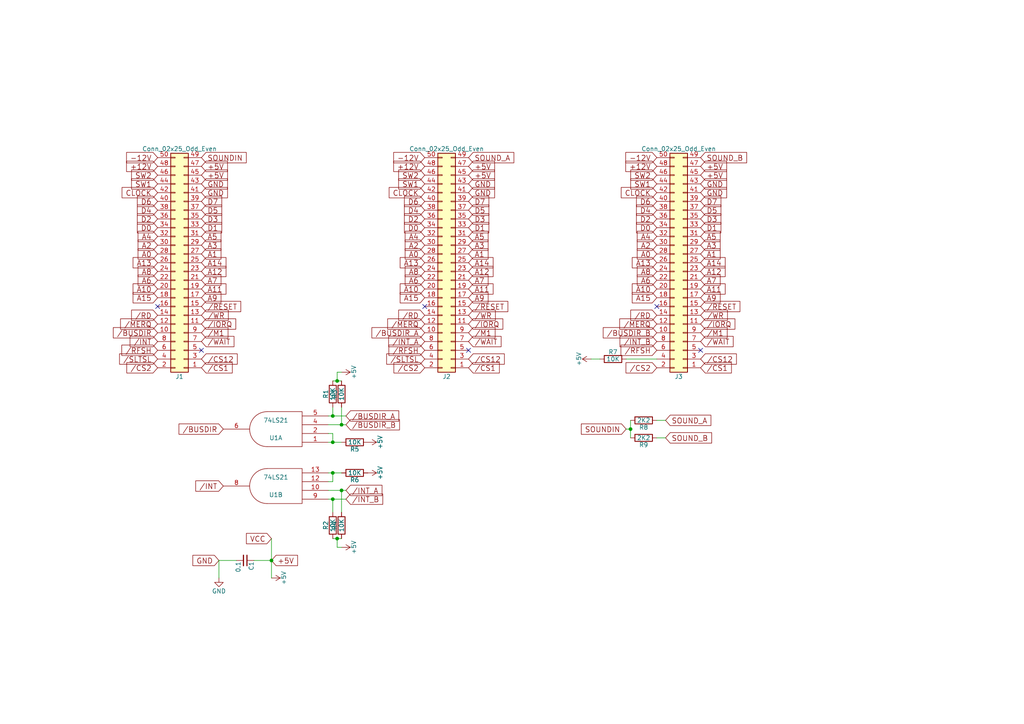
<source format=kicad_sch>
(kicad_sch (version 20211123) (generator eeschema)
  (paper "A4")
  (title_block (title "MSX Slot Expander") (date "2023-02-23") (rev "1"))
  (lib_symbols
    (symbol "MSXIOSlot-rescue:+5V" (power) (pin_names (offset 0))
      (property "Value" "+5V" (at 0 3.556 0))
      (symbol "+5V_0_1"
        (polyline (pts (xy -0.762 1.27) (xy 0 2.54)))
        (polyline (pts (xy 0 0) (xy 0 2.54)))
        (polyline (pts (xy 0 2.54) (xy 0.762 1.27)))
      )
      (symbol "+5V_1_1"
        (pin power_in line (at 0 0 90) (length 0) hide (name "+5V") (number "1"))
      )
    )
    (symbol "MSXIOSlot-rescue:74LS21" (pin_names (offset 0.762))
      (property "Reference" "U" (at 0 2.54 0))
      (property "Value" "74LS21" (at 0 -2.54 0))
      (symbol "74LS21_0_0"
        (pin power_in line (at -5.08 5.08 90) (length 0) hide (name "VCC") (number "14"))
        (pin power_in line (at -5.08 -5.08 90) (length 0) hide (name "GND") (number "7"))
      )
      (symbol "74LS21_0_1"
        (polyline (pts (xy 2.54 5.08) (xy -7.62 5.08) (xy -7.62 -5.08) (xy 2.54 -5.08)))
        (arc (start 2.5654 -5.0546) (mid 7.5947 0.0001) (end 2.5654 5.08))
      )
      (symbol "74LS21_0_2"
        (arc (start -7.62 -5.0292) (mid -5.3094 0.0082) (end -7.62 5.0546))
        (arc (start 0 -5.0546) (mid 4.5632 -3.6449) (end 7.5946 0.0508))
        (polyline (pts (xy -7.62 -5.08) (xy 0 -5.08)))
        (polyline (pts (xy -7.62 5.08) (xy 0 5.08)))
        (arc (start 7.62 0) (mid 4.6132 3.6946) (end 0.0508 5.08))
      )
      (symbol "74LS21_1_1"
        (pin input line (at -15.24 3.81 0) (length 7.62) (name "~") (number "1"))
        (pin input line (at -15.24 1.27 0) (length 7.62) (name "~") (number "2"))
        (pin input line (at -15.24 -1.27 0) (length 7.62) (name "~") (number "4"))
        (pin input line (at -15.24 -3.81 0) (length 7.62) (name "~") (number "5"))
        (pin output line (at 15.24 0 180) (length 7.62) (name "~") (number "6"))
      )
      (symbol "74LS21_1_2"
        (pin input inverted (at -15.24 3.81 0) (length 8.509) (name "~") (number "1"))
        (pin input inverted (at -15.24 1.27 0) (length 9.779) (name "~") (number "2"))
        (pin output inverted (at -15.24 -1.27 0) (length 9.779) (name "~") (number "4"))
        (pin input inverted (at -15.24 -3.81 0) (length 8.509) (name "~") (number "5"))
        (pin output inverted (at 15.24 0 180) (length 7.62) (name "~") (number "6"))
      )
      (symbol "74LS21_2_1"
        (pin input line (at -15.24 1.27 0) (length 7.62) (name "~") (number "10"))
        (pin input line (at -15.24 -1.27 0) (length 7.62) (name "~") (number "12"))
        (pin input line (at -15.24 -3.81 0) (length 7.62) (name "~") (number "13"))
        (pin output line (at 15.24 0 180) (length 7.62) (name "~") (number "8"))
        (pin input line (at -15.24 3.81 0) (length 7.62) (name "~") (number "9"))
      )
      (symbol "74LS21_2_2"
        (pin input inverted (at -15.24 -3.81 0) (length 8.509) (name "~") (number "10"))
        (pin input inverted (at -15.24 1.27 0) (length 9.779) (name "~") (number "12"))
        (pin input inverted (at -15.24 -1.27 0) (length 9.779) (name "~") (number "13"))
        (pin output inverted (at 15.24 0 180) (length 7.62) (name "~") (number "8"))
        (pin input inverted (at -15.24 3.81 0) (length 8.509) (name "~") (number "9"))
      )
    )
    (symbol "MSXIOSlot-rescue:C_Small" (pin_numbers hide) (pin_names (offset 0.254) hide)
      (property "Reference" "C" (at 0.254 1.778 0))
      (property "Value" "C_Small" (at 0.254 -2.032 0))
      (symbol "C_Small_0_1"
        (polyline (pts (xy -1.524 -0.508) (xy 1.524 -0.508)) (stroke (width 0.3302)))
        (polyline (pts (xy -1.524 0.508) (xy 1.524 0.508)) (stroke (width 0.3048)))
      )
      (symbol "C_Small_1_1"
        (pin passive line (at 0 2.54 270) (length 2.032) (name "~") (number "1"))
        (pin passive line (at 0 -2.54 90) (length 2.032) (name "~") (number "2"))
      )
    )
    (symbol "MSXIOSlot-rescue:Conn_02x25_Odd_Even" (pin_names (offset 1.016) hide)
      (property "Reference" "J" (at 1.27 33.02 0))
      (property "Value" "Conn_02x25_Odd_Even" (at 1.27 -33.02 0))
      (symbol "Conn_02x25_Odd_Even_1_1"
        (rectangle (start -1.27 -30.353) (end 0 -30.607) (stroke (width 0.1524)))
        (rectangle (start -1.27 -27.813) (end 0 -28.067) (stroke (width 0.1524)))
        (rectangle (start -1.27 -25.273) (end 0 -25.527) (stroke (width 0.1524)))
        (rectangle (start -1.27 -22.733) (end 0 -22.987) (stroke (width 0.1524)))
        (rectangle (start -1.27 -20.193) (end 0 -20.447) (stroke (width 0.1524)))
        (rectangle (start -1.27 -17.653) (end 0 -17.907) (stroke (width 0.1524)))
        (rectangle (start -1.27 -15.113) (end 0 -15.367) (stroke (width 0.1524)))
        (rectangle (start -1.27 -12.573) (end 0 -12.827) (stroke (width 0.1524)))
        (rectangle (start -1.27 -10.033) (end 0 -10.287) (stroke (width 0.1524)))
        (rectangle (start -1.27 -7.493) (end 0 -7.747) (stroke (width 0.1524)))
        (rectangle (start -1.27 -4.953) (end 0 -5.207) (stroke (width 0.1524)))
        (rectangle (start -1.27 -2.413) (end 0 -2.667) (stroke (width 0.1524)))
        (rectangle (start -1.27 0.127) (end 0 -0.127) (stroke (width 0.1524)))
        (rectangle (start -1.27 2.667) (end 0 2.413) (stroke (width 0.1524)))
        (rectangle (start -1.27 5.207) (end 0 4.953) (stroke (width 0.1524)))
        (rectangle (start -1.27 7.747) (end 0 7.493) (stroke (width 0.1524)))
        (rectangle (start -1.27 10.287) (end 0 10.033) (stroke (width 0.1524)))
        (rectangle (start -1.27 12.827) (end 0 12.573) (stroke (width 0.1524)))
        (rectangle (start -1.27 15.367) (end 0 15.113) (stroke (width 0.1524)))
        (rectangle (start -1.27 17.907) (end 0 17.653) (stroke (width 0.1524)))
        (rectangle (start -1.27 20.447) (end 0 20.193) (stroke (width 0.1524)))
        (rectangle (start -1.27 22.987) (end 0 22.733) (stroke (width 0.1524)))
        (rectangle (start -1.27 25.527) (end 0 25.273) (stroke (width 0.1524)))
        (rectangle (start -1.27 28.067) (end 0 27.813) (stroke (width 0.1524)))
        (rectangle (start -1.27 30.607) (end 0 30.353) (stroke (width 0.1524)))
        (rectangle (start -1.27 31.75) (end 3.81 -31.75) (stroke (width 0.254)) (fill (type background)))
        (rectangle (start 3.81 -30.353) (end 2.54 -30.607) (stroke (width 0.1524)))
        (rectangle (start 3.81 -27.813) (end 2.54 -28.067) (stroke (width 0.1524)))
        (rectangle (start 3.81 -25.273) (end 2.54 -25.527) (stroke (width 0.1524)))
        (rectangle (start 3.81 -22.733) (end 2.54 -22.987) (stroke (width 0.1524)))
        (rectangle (start 3.81 -20.193) (end 2.54 -20.447) (stroke (width 0.1524)))
        (rectangle (start 3.81 -17.653) (end 2.54 -17.907) (stroke (width 0.1524)))
        (rectangle (start 3.81 -15.113) (end 2.54 -15.367) (stroke (width 0.1524)))
        (rectangle (start 3.81 -12.573) (end 2.54 -12.827) (stroke (width 0.1524)))
        (rectangle (start 3.81 -10.033) (end 2.54 -10.287) (stroke (width 0.1524)))
        (rectangle (start 3.81 -7.493) (end 2.54 -7.747) (stroke (width 0.1524)))
        (rectangle (start 3.81 -4.953) (end 2.54 -5.207) (stroke (width 0.1524)))
        (rectangle (start 3.81 -2.413) (end 2.54 -2.667) (stroke (width 0.1524)))
        (rectangle (start 3.81 0.127) (end 2.54 -0.127) (stroke (width 0.1524)))
        (rectangle (start 3.81 2.667) (end 2.54 2.413) (stroke (width 0.1524)))
        (rectangle (start 3.81 5.207) (end 2.54 4.953) (stroke (width 0.1524)))
        (rectangle (start 3.81 7.747) (end 2.54 7.493) (stroke (width 0.1524)))
        (rectangle (start 3.81 10.287) (end 2.54 10.033) (stroke (width 0.1524)))
        (rectangle (start 3.81 12.827) (end 2.54 12.573) (stroke (width 0.1524)))
        (rectangle (start 3.81 15.367) (end 2.54 15.113) (stroke (width 0.1524)))
        (rectangle (start 3.81 17.907) (end 2.54 17.653) (stroke (width 0.1524)))
        (rectangle (start 3.81 20.447) (end 2.54 20.193) (stroke (width 0.1524)))
        (rectangle (start 3.81 22.987) (end 2.54 22.733) (stroke (width 0.1524)))
        (rectangle (start 3.81 25.527) (end 2.54 25.273) (stroke (width 0.1524)))
        (rectangle (start 3.81 28.067) (end 2.54 27.813) (stroke (width 0.1524)))
        (rectangle (start 3.81 30.607) (end 2.54 30.353) (stroke (width 0.1524)))
        (pin passive line (at -5.08 30.48 0) (length 3.81) (name "Pin_1") (number "1"))
        (pin passive line (at 7.62 20.32 180) (length 3.81) (name "Pin_10") (number "10"))
        (pin passive line (at -5.08 17.78 0) (length 3.81) (name "Pin_11") (number "11"))
        (pin passive line (at 7.62 17.78 180) (length 3.81) (name "Pin_12") (number "12"))
        (pin passive line (at -5.08 15.24 0) (length 3.81) (name "Pin_13") (number "13"))
        (pin passive line (at 7.62 15.24 180) (length 3.81) (name "Pin_14") (number "14"))
        (pin passive line (at -5.08 12.7 0) (length 3.81) (name "Pin_15") (number "15"))
        (pin passive line (at 7.62 12.7 180) (length 3.81) (name "Pin_16") (number "16"))
        (pin passive line (at -5.08 10.16 0) (length 3.81) (name "Pin_17") (number "17"))
        (pin passive line (at 7.62 10.16 180) (length 3.81) (name "Pin_18") (number "18"))
        (pin passive line (at -5.08 7.62 0) (length 3.81) (name "Pin_19") (number "19"))
        (pin passive line (at 7.62 30.48 180) (length 3.81) (name "Pin_2") (number "2"))
        (pin passive line (at 7.62 7.62 180) (length 3.81) (name "Pin_20") (number "20"))
        (pin passive line (at -5.08 5.08 0) (length 3.81) (name "Pin_21") (number "21"))
        (pin passive line (at 7.62 5.08 180) (length 3.81) (name "Pin_22") (number "22"))
        (pin passive line (at -5.08 2.54 0) (length 3.81) (name "Pin_23") (number "23"))
        (pin passive line (at 7.62 2.54 180) (length 3.81) (name "Pin_24") (number "24"))
        (pin passive line (at -5.08 0 0) (length 3.81) (name "Pin_25") (number "25"))
        (pin passive line (at 7.62 0 180) (length 3.81) (name "Pin_26") (number "26"))
        (pin passive line (at -5.08 -2.54 0) (length 3.81) (name "Pin_27") (number "27"))
        (pin passive line (at 7.62 -2.54 180) (length 3.81) (name "Pin_28") (number "28"))
        (pin passive line (at -5.08 -5.08 0) (length 3.81) (name "Pin_29") (number "29"))
        (pin passive line (at -5.08 27.94 0) (length 3.81) (name "Pin_3") (number "3"))
        (pin passive line (at 7.62 -5.08 180) (length 3.81) (name "Pin_30") (number "30"))
        (pin passive line (at -5.08 -7.62 0) (length 3.81) (name "Pin_31") (number "31"))
        (pin passive line (at 7.62 -7.62 180) (length 3.81) (name "Pin_32") (number "32"))
        (pin passive line (at -5.08 -10.16 0) (length 3.81) (name "Pin_33") (number "33"))
        (pin passive line (at 7.62 -10.16 180) (length 3.81) (name "Pin_34") (number "34"))
        (pin passive line (at -5.08 -12.7 0) (length 3.81) (name "Pin_35") (number "35"))
        (pin passive line (at 7.62 -12.7 180) (length 3.81) (name "Pin_36") (number "36"))
        (pin passive line (at -5.08 -15.24 0) (length 3.81) (name "Pin_37") (number "37"))
        (pin passive line (at 7.62 -15.24 180) (length 3.81) (name "Pin_38") (number "38"))
        (pin passive line (at -5.08 -17.78 0) (length 3.81) (name "Pin_39") (number "39"))
        (pin passive line (at 7.62 27.94 180) (length 3.81) (name "Pin_4") (number "4"))
        (pin passive line (at 7.62 -17.78 180) (length 3.81) (name "Pin_40") (number "40"))
        (pin passive line (at -5.08 -20.32 0) (length 3.81) (name "Pin_41") (number "41"))
        (pin passive line (at 7.62 -20.32 180) (length 3.81) (name "Pin_42") (number "42"))
        (pin passive line (at -5.08 -22.86 0) (length 3.81) (name "Pin_43") (number "43"))
        (pin passive line (at 7.62 -22.86 180) (length 3.81) (name "Pin_44") (number "44"))
        (pin passive line (at -5.08 -25.4 0) (length 3.81) (name "Pin_45") (number "45"))
        (pin passive line (at 7.62 -25.4 180) (length 3.81) (name "Pin_46") (number "46"))
        (pin passive line (at -5.08 -27.94 0) (length 3.81) (name "Pin_47") (number "47"))
        (pin passive line (at 7.62 -27.94 180) (length 3.81) (name "Pin_48") (number "48"))
        (pin passive line (at -5.08 -30.48 0) (length 3.81) (name "Pin_49") (number "49"))
        (pin passive line (at -5.08 25.4 0) (length 3.81) (name "Pin_5") (number "5"))
        (pin passive line (at 7.62 -30.48 180) (length 3.81) (name "Pin_50") (number "50"))
        (pin passive line (at 7.62 25.4 180) (length 3.81) (name "Pin_6") (number "6"))
        (pin passive line (at -5.08 22.86 0) (length 3.81) (name "Pin_7") (number "7"))
        (pin passive line (at 7.62 22.86 180) (length 3.81) (name "Pin_8") (number "8"))
        (pin passive line (at -5.08 20.32 0) (length 3.81) (name "Pin_9") (number "9"))
      )
    )
    (symbol "MSXIOSlot-rescue:GND" (power) (pin_names (offset 0))
      (property "Value" "GND" (at 0 -3.81 0))
      (symbol "GND_0_1"
        (polyline (pts (xy 0 0) (xy 0 -1.27) (xy 1.27 -1.27) (xy 0 -2.54) (xy -1.27 -1.27) (xy 0 -1.27)))
      )
      (symbol "GND_1_1"
        (pin power_in line (at 0 0 270) (length 0) hide (name "GND") (number "1"))
      )
    )
    (symbol "MSXIOSlot-rescue:R" (pin_numbers hide) (pin_names (offset 0))
      (property "Reference" "R" (at 2.032 0 90))
      (property "Value" "R" (at 0 0 90))
      (symbol "R_0_1"
        (rectangle (start -1.016 -2.54) (end 1.016 2.54) (stroke (width 0.254)))
      )
      (symbol "R_1_1"
        (pin passive line (at 0 3.81 270) (length 1.27) (name "~") (number "1"))
        (pin passive line (at 0 -3.81 90) (length 1.27) (name "~") (number "2"))
      )
    )
  )
  (junction (at 96.52 144.78))
  (junction (at 96.52 137.16))
  (junction (at 78.74 162.56))
  (junction (at 99.06 123.19))
  (junction (at 99.06 142.24))
  (junction (at 96.52 120.65))
  (junction (at 97.79 156.21))
  (junction (at 96.52 128.27))
  (junction (at 182.88 124.46))
  (junction (at 97.79 110.49))
  (no_connect (at 135.89 101.6))
  (no_connect (at 203.2 101.6))
  (no_connect (at 123.19 88.9))
  (no_connect (at 190.5 88.9))
  (no_connect (at 45.72 88.9))
  (no_connect (at 58.42 101.6))
  (wire (pts (xy 63.5 162.56) (xy 68.58 162.56)))
  (wire (pts (xy 96.52 148.59) (xy 96.52 144.78)))
  (wire (pts (xy 95.25 137.16) (xy 96.52 137.16)))
  (wire (pts (xy 182.88 124.46) (xy 182.88 127)))
  (wire (pts (xy 99.06 123.19) (xy 95.25 123.19)))
  (wire (pts (xy 100.33 123.19) (xy 99.06 123.19)))
  (wire (pts (xy 96.52 144.78) (xy 95.25 144.78)))
  (wire (pts (xy 96.52 156.21) (xy 97.79 156.21)))
  (wire (pts (xy 73.66 162.56) (xy 78.74 162.56)))
  (wire (pts (xy 100.33 120.65) (xy 96.52 120.65)))
  (wire (pts (xy 190.5 104.14) (xy 181.61 104.14)))
  (wire (pts (xy 96.52 110.49) (xy 97.79 110.49)))
  (wire (pts (xy 96.52 128.27) (xy 96.52 125.73)))
  (wire (pts (xy 193.04 121.92) (xy 190.5 121.92)))
  (wire (pts (xy 95.25 139.7) (xy 96.52 139.7)))
  (wire (pts (xy 78.74 156.21) (xy 78.74 162.56)))
  (wire (pts (xy 96.52 137.16) (xy 99.06 137.16)))
  (wire (pts (xy 182.88 124.46) (xy 181.61 124.46)))
  (wire (pts (xy 193.04 127) (xy 190.5 127)))
  (wire (pts (xy 182.88 121.92) (xy 182.88 124.46)))
  (wire (pts (xy 78.74 162.56) (xy 78.74 167.64)))
  (wire (pts (xy 63.5 162.56) (xy 63.5 167.64)))
  (wire (pts (xy 97.79 107.95) (xy 97.79 110.49)))
  (wire (pts (xy 99.06 107.95) (xy 97.79 107.95)))
  (wire (pts (xy 99.06 142.24) (xy 95.25 142.24)))
  (wire (pts (xy 96.52 120.65) (xy 95.25 120.65)))
  (wire (pts (xy 99.06 158.75) (xy 97.79 158.75)))
  (wire (pts (xy 96.52 128.27) (xy 95.25 128.27)))
  (wire (pts (xy 96.52 139.7) (xy 96.52 137.16)))
  (wire (pts (xy 97.79 156.21) (xy 99.06 156.21)))
  (wire (pts (xy 100.33 144.78) (xy 96.52 144.78)))
  (wire (pts (xy 99.06 128.27) (xy 96.52 128.27)))
  (wire (pts (xy 97.79 158.75) (xy 97.79 156.21)))
  (wire (pts (xy 96.52 125.73) (xy 95.25 125.73)))
  (wire (pts (xy 100.33 142.24) (xy 99.06 142.24)))
  (wire (pts (xy 173.99 104.14) (xy 171.45 104.14)))
  (wire (pts (xy 97.79 110.49) (xy 99.06 110.49)))
  (wire (pts (xy 96.52 118.11) (xy 96.52 120.65)))
  (wire (pts (xy 99.06 118.11) (xy 99.06 123.19)))
  (wire (pts (xy 99.06 148.59) (xy 99.06 142.24)))
  (global_label "/MERQ" (shape input) (at 45.72 93.98 180) (effects (font (size 1.524 1.524))) (property "Intersheet References" "${INTERSHEET_REFS}" (effects hide)))
  (global_label "A5" (shape input) (at 58.42 68.58 0) (effects (font (size 1.524 1.524))) (property "Intersheet References" "${INTERSHEET_REFS}" (effects hide)))
  (global_label "/RFSH" (shape input) (at 190.5 101.6 180) (effects (font (size 1.524 1.524))) (property "Intersheet References" "${INTERSHEET_REFS}" (effects hide)))
  (global_label "/IORQ" (shape input) (at 135.89 93.98 0) (effects (font (size 1.524 1.524))) (property "Intersheet References" "${INTERSHEET_REFS}" (effects hide)))
  (global_label "SOUNDIN" (shape input) (at 58.42 45.72 0) (effects (font (size 1.524 1.524))) (property "Intersheet References" "${INTERSHEET_REFS}" (effects hide)))
  (global_label "A7" (shape input) (at 58.42 81.28 0) (effects (font (size 1.524 1.524))) (property "Intersheet References" "${INTERSHEET_REFS}" (effects hide)))
  (global_label "A1" (shape input) (at 135.89 73.66 0) (effects (font (size 1.524 1.524))) (property "Intersheet References" "${INTERSHEET_REFS}" (effects hide)))
  (global_label "A2" (shape input) (at 123.19 71.12 180) (effects (font (size 1.524 1.524))) (property "Intersheet References" "${INTERSHEET_REFS}" (effects hide)))
  (global_label "/IORQ" (shape input) (at 58.42 93.98 0) (effects (font (size 1.524 1.524))) (property "Intersheet References" "${INTERSHEET_REFS}" (effects hide)))
  (global_label "GND" (shape input) (at 58.42 55.88 0) (effects (font (size 1.524 1.524))) (property "Intersheet References" "${INTERSHEET_REFS}" (effects hide)))
  (global_label "/RESET" (shape input) (at 135.89 88.9 0) (effects (font (size 1.524 1.524))) (property "Intersheet References" "${INTERSHEET_REFS}" (effects hide)))
  (global_label "SOUND_A" (shape input) (at 193.04 121.92 0) (effects (font (size 1.524 1.524))) (property "Intersheet References" "${INTERSHEET_REFS}" (effects hide)))
  (global_label "A11" (shape input) (at 135.89 83.82 0) (effects (font (size 1.524 1.524))) (property "Intersheet References" "${INTERSHEET_REFS}" (effects hide)))
  (global_label "A2" (shape input) (at 190.5 71.12 180) (effects (font (size 1.524 1.524))) (property "Intersheet References" "${INTERSHEET_REFS}" (effects hide)))
  (global_label "/BUSDIR_B" (shape input) (at 190.5 96.52 180) (effects (font (size 1.524 1.524))) (property "Intersheet References" "${INTERSHEET_REFS}" (effects hide)))
  (global_label "CLOCK" (shape input) (at 45.72 55.88 180) (effects (font (size 1.524 1.524))) (property "Intersheet References" "${INTERSHEET_REFS}" (effects hide)))
  (global_label "A4" (shape input) (at 123.19 68.58 180) (effects (font (size 1.524 1.524))) (property "Intersheet References" "${INTERSHEET_REFS}" (effects hide)))
  (global_label "SW1" (shape input) (at 190.5 53.34 180) (effects (font (size 1.524 1.524))) (property "Intersheet References" "${INTERSHEET_REFS}" (effects hide)))
  (global_label "A6" (shape input) (at 45.72 81.28 180) (effects (font (size 1.524 1.524))) (property "Intersheet References" "${INTERSHEET_REFS}" (effects hide)))
  (global_label "/RD" (shape input) (at 123.19 91.44 180) (effects (font (size 1.524 1.524))) (property "Intersheet References" "${INTERSHEET_REFS}" (effects hide)))
  (global_label "D3" (shape input) (at 58.42 63.5 0) (effects (font (size 1.524 1.524))) (property "Intersheet References" "${INTERSHEET_REFS}" (effects hide)))
  (global_label "+12V" (shape input) (at 190.5 48.26 180) (effects (font (size 1.524 1.524))) (property "Intersheet References" "${INTERSHEET_REFS}" (effects hide)))
  (global_label "/M1" (shape input) (at 203.2 96.52 0) (effects (font (size 1.524 1.524))) (property "Intersheet References" "${INTERSHEET_REFS}" (effects hide)))
  (global_label "/BUSDIR" (shape input) (at 45.72 96.52 180) (effects (font (size 1.524 1.524))) (property "Intersheet References" "${INTERSHEET_REFS}" (effects hide)))
  (global_label "A3" (shape input) (at 135.89 71.12 0) (effects (font (size 1.524 1.524))) (property "Intersheet References" "${INTERSHEET_REFS}" (effects hide)))
  (global_label "/M1" (shape input) (at 58.42 96.52 0) (effects (font (size 1.524 1.524))) (property "Intersheet References" "${INTERSHEET_REFS}" (effects hide)))
  (global_label "SW2" (shape input) (at 190.5 50.8 180) (effects (font (size 1.524 1.524))) (property "Intersheet References" "${INTERSHEET_REFS}" (effects hide)))
  (global_label "/BUSDIR_A" (shape input) (at 100.33 120.65 0) (effects (font (size 1.524 1.524))) (property "Intersheet References" "${INTERSHEET_REFS}" (effects hide)))
  (global_label "/CS12" (shape input) (at 135.89 104.14 0) (effects (font (size 1.524 1.524))) (property "Intersheet References" "${INTERSHEET_REFS}" (effects hide)))
  (global_label "A0" (shape input) (at 45.72 73.66 180) (effects (font (size 1.524 1.524))) (property "Intersheet References" "${INTERSHEET_REFS}" (effects hide)))
  (global_label "D6" (shape input) (at 45.72 58.42 180) (effects (font (size 1.524 1.524))) (property "Intersheet References" "${INTERSHEET_REFS}" (effects hide)))
  (global_label "/WR" (shape input) (at 203.2 91.44 0) (effects (font (size 1.524 1.524))) (property "Intersheet References" "${INTERSHEET_REFS}" (effects hide)))
  (global_label "A12" (shape input) (at 203.2 78.74 0) (effects (font (size 1.524 1.524))) (property "Intersheet References" "${INTERSHEET_REFS}" (effects hide)))
  (global_label "D5" (shape input) (at 203.2 60.96 0) (effects (font (size 1.524 1.524))) (property "Intersheet References" "${INTERSHEET_REFS}" (effects hide)))
  (global_label "D1" (shape input) (at 203.2 66.04 0) (effects (font (size 1.524 1.524))) (property "Intersheet References" "${INTERSHEET_REFS}" (effects hide)))
  (global_label "/WAIT" (shape input) (at 58.42 99.06 0) (effects (font (size 1.524 1.524))) (property "Intersheet References" "${INTERSHEET_REFS}" (effects hide)))
  (global_label "/RD" (shape input) (at 45.72 91.44 180) (effects (font (size 1.524 1.524))) (property "Intersheet References" "${INTERSHEET_REFS}" (effects hide)))
  (global_label "D4" (shape input) (at 190.5 60.96 180) (effects (font (size 1.524 1.524))) (property "Intersheet References" "${INTERSHEET_REFS}" (effects hide)))
  (global_label "A10" (shape input) (at 190.5 83.82 180) (effects (font (size 1.524 1.524))) (property "Intersheet References" "${INTERSHEET_REFS}" (effects hide)))
  (global_label "VCC" (shape input) (at 78.74 156.21 180) (effects (font (size 1.524 1.524))) (property "Intersheet References" "${INTERSHEET_REFS}" (effects hide)))
  (global_label "A9" (shape input) (at 203.2 86.36 0) (effects (font (size 1.524 1.524))) (property "Intersheet References" "${INTERSHEET_REFS}" (effects hide)))
  (global_label "CLOCK" (shape input) (at 190.5 55.88 180) (effects (font (size 1.524 1.524))) (property "Intersheet References" "${INTERSHEET_REFS}" (effects hide)))
  (global_label "/CS1" (shape input) (at 203.2 106.68 0) (effects (font (size 1.524 1.524))) (property "Intersheet References" "${INTERSHEET_REFS}" (effects hide)))
  (global_label "A13" (shape input) (at 190.5 76.2 180) (effects (font (size 1.524 1.524))) (property "Intersheet References" "${INTERSHEET_REFS}" (effects hide)))
  (global_label "/RESET" (shape input) (at 203.2 88.9 0) (effects (font (size 1.524 1.524))) (property "Intersheet References" "${INTERSHEET_REFS}" (effects hide)))
  (global_label "-12V" (shape input) (at 190.5 45.72 180) (effects (font (size 1.524 1.524))) (property "Intersheet References" "${INTERSHEET_REFS}" (effects hide)))
  (global_label "+5V" (shape input) (at 58.42 48.26 0) (effects (font (size 1.524 1.524))) (property "Intersheet References" "${INTERSHEET_REFS}" (effects hide)))
  (global_label "/CS12" (shape input) (at 203.2 104.14 0) (effects (font (size 1.524 1.524))) (property "Intersheet References" "${INTERSHEET_REFS}" (effects hide)))
  (global_label "+12V" (shape input) (at 45.72 48.26 180) (effects (font (size 1.524 1.524))) (property "Intersheet References" "${INTERSHEET_REFS}" (effects hide)))
  (global_label "/INT_A" (shape input) (at 100.33 142.24 0) (effects (font (size 1.524 1.524))) (property "Intersheet References" "${INTERSHEET_REFS}" (effects hide)))
  (global_label "D1" (shape input) (at 135.89 66.04 0) (effects (font (size 1.524 1.524))) (property "Intersheet References" "${INTERSHEET_REFS}" (effects hide)))
  (global_label "A7" (shape input) (at 203.2 81.28 0) (effects (font (size 1.524 1.524))) (property "Intersheet References" "${INTERSHEET_REFS}" (effects hide)))
  (global_label "A14" (shape input) (at 203.2 76.2 0) (effects (font (size 1.524 1.524))) (property "Intersheet References" "${INTERSHEET_REFS}" (effects hide)))
  (global_label "D7" (shape input) (at 135.89 58.42 0) (effects (font (size 1.524 1.524))) (property "Intersheet References" "${INTERSHEET_REFS}" (effects hide)))
  (global_label "/RFSH" (shape input) (at 123.19 101.6 180) (effects (font (size 1.524 1.524))) (property "Intersheet References" "${INTERSHEET_REFS}" (effects hide)))
  (global_label "D5" (shape input) (at 58.42 60.96 0) (effects (font (size 1.524 1.524))) (property "Intersheet References" "${INTERSHEET_REFS}" (effects hide)))
  (global_label "+5V" (shape input) (at 78.74 162.56 0) (effects (font (size 1.524 1.524))) (property "Intersheet References" "${INTERSHEET_REFS}" (effects hide)))
  (global_label "/M1" (shape input) (at 135.89 96.52 0) (effects (font (size 1.524 1.524))) (property "Intersheet References" "${INTERSHEET_REFS}" (effects hide)))
  (global_label "SW1" (shape input) (at 123.19 53.34 180) (effects (font (size 1.524 1.524))) (property "Intersheet References" "${INTERSHEET_REFS}" (effects hide)))
  (global_label "A14" (shape input) (at 58.42 76.2 0) (effects (font (size 1.524 1.524))) (property "Intersheet References" "${INTERSHEET_REFS}" (effects hide)))
  (global_label "+5V" (shape input) (at 203.2 50.8 0) (effects (font (size 1.524 1.524))) (property "Intersheet References" "${INTERSHEET_REFS}" (effects hide)))
  (global_label "A12" (shape input) (at 58.42 78.74 0) (effects (font (size 1.524 1.524))) (property "Intersheet References" "${INTERSHEET_REFS}" (effects hide)))
  (global_label "SW1" (shape input) (at 45.72 53.34 180) (effects (font (size 1.524 1.524))) (property "Intersheet References" "${INTERSHEET_REFS}" (effects hide)))
  (global_label "/CS2" (shape input) (at 190.5 106.68 180) (effects (font (size 1.524 1.524))) (property "Intersheet References" "${INTERSHEET_REFS}" (effects hide)))
  (global_label "D4" (shape input) (at 45.72 60.96 180) (effects (font (size 1.524 1.524))) (property "Intersheet References" "${INTERSHEET_REFS}" (effects hide)))
  (global_label "D2" (shape input) (at 190.5 63.5 180) (effects (font (size 1.524 1.524))) (property "Intersheet References" "${INTERSHEET_REFS}" (effects hide)))
  (global_label "/INT" (shape input) (at 45.72 99.06 180) (effects (font (size 1.524 1.524))) (property "Intersheet References" "${INTERSHEET_REFS}" (effects hide)))
  (global_label "A0" (shape input) (at 123.19 73.66 180) (effects (font (size 1.524 1.524))) (property "Intersheet References" "${INTERSHEET_REFS}" (effects hide)))
  (global_label "/WAIT" (shape input) (at 203.2 99.06 0) (effects (font (size 1.524 1.524))) (property "Intersheet References" "${INTERSHEET_REFS}" (effects hide)))
  (global_label "SOUND_A" (shape input) (at 135.89 45.72 0) (effects (font (size 1.524 1.524))) (property "Intersheet References" "${INTERSHEET_REFS}" (effects hide)))
  (global_label "+12V" (shape input) (at 123.19 48.26 180) (effects (font (size 1.524 1.524))) (property "Intersheet References" "${INTERSHEET_REFS}" (effects hide)))
  (global_label "/MERQ" (shape input) (at 190.5 93.98 180) (effects (font (size 1.524 1.524))) (property "Intersheet References" "${INTERSHEET_REFS}" (effects hide)))
  (global_label "D7" (shape input) (at 58.42 58.42 0) (effects (font (size 1.524 1.524))) (property "Intersheet References" "${INTERSHEET_REFS}" (effects hide)))
  (global_label "/SLTSL" (shape input) (at 45.72 104.14 180) (effects (font (size 1.524 1.524))) (property "Intersheet References" "${INTERSHEET_REFS}" (effects hide)))
  (global_label "/RESET" (shape input) (at 58.42 88.9 0) (effects (font (size 1.524 1.524))) (property "Intersheet References" "${INTERSHEET_REFS}" (effects hide)))
  (global_label "-12V" (shape input) (at 45.72 45.72 180) (effects (font (size 1.524 1.524))) (property "Intersheet References" "${INTERSHEET_REFS}" (effects hide)))
  (global_label "D0" (shape input) (at 123.19 66.04 180) (effects (font (size 1.524 1.524))) (property "Intersheet References" "${INTERSHEET_REFS}" (effects hide)))
  (global_label "D1" (shape input) (at 58.42 66.04 0) (effects (font (size 1.524 1.524))) (property "Intersheet References" "${INTERSHEET_REFS}" (effects hide)))
  (global_label "A0" (shape input) (at 190.5 73.66 180) (effects (font (size 1.524 1.524))) (property "Intersheet References" "${INTERSHEET_REFS}" (effects hide)))
  (global_label "A7" (shape input) (at 135.89 81.28 0) (effects (font (size 1.524 1.524))) (property "Intersheet References" "${INTERSHEET_REFS}" (effects hide)))
  (global_label "A10" (shape input) (at 45.72 83.82 180) (effects (font (size 1.524 1.524))) (property "Intersheet References" "${INTERSHEET_REFS}" (effects hide)))
  (global_label "+5V" (shape input) (at 203.2 48.26 0) (effects (font (size 1.524 1.524))) (property "Intersheet References" "${INTERSHEET_REFS}" (effects hide)))
  (global_label "/SLTSL" (shape input) (at 123.19 104.14 180) (effects (font (size 1.524 1.524))) (property "Intersheet References" "${INTERSHEET_REFS}" (effects hide)))
  (global_label "A9" (shape input) (at 135.89 86.36 0) (effects (font (size 1.524 1.524))) (property "Intersheet References" "${INTERSHEET_REFS}" (effects hide)))
  (global_label "A4" (shape input) (at 190.5 68.58 180) (effects (font (size 1.524 1.524))) (property "Intersheet References" "${INTERSHEET_REFS}" (effects hide)))
  (global_label "/CS2" (shape input) (at 123.19 106.68 180) (effects (font (size 1.524 1.524))) (property "Intersheet References" "${INTERSHEET_REFS}" (effects hide)))
  (global_label "CLOCK" (shape input) (at 123.19 55.88 180) (effects (font (size 1.524 1.524))) (property "Intersheet References" "${INTERSHEET_REFS}" (effects hide)))
  (global_label "/CS1" (shape input) (at 58.42 106.68 0) (effects (font (size 1.524 1.524))) (property "Intersheet References" "${INTERSHEET_REFS}" (effects hide)))
  (global_label "SW2" (shape input) (at 45.72 50.8 180) (effects (font (size 1.524 1.524))) (property "Intersheet References" "${INTERSHEET_REFS}" (effects hide)))
  (global_label "/CS1" (shape input) (at 135.89 106.68 0) (effects (font (size 1.524 1.524))) (property "Intersheet References" "${INTERSHEET_REFS}" (effects hide)))
  (global_label "A11" (shape input) (at 58.42 83.82 0) (effects (font (size 1.524 1.524))) (property "Intersheet References" "${INTERSHEET_REFS}" (effects hide)))
  (global_label "A5" (shape input) (at 203.2 68.58 0) (effects (font (size 1.524 1.524))) (property "Intersheet References" "${INTERSHEET_REFS}" (effects hide)))
  (global_label "A2" (shape input) (at 45.72 71.12 180) (effects (font (size 1.524 1.524))) (property "Intersheet References" "${INTERSHEET_REFS}" (effects hide)))
  (global_label "GND" (shape input) (at 135.89 55.88 0) (effects (font (size 1.524 1.524))) (property "Intersheet References" "${INTERSHEET_REFS}" (effects hide)))
  (global_label "A11" (shape input) (at 203.2 83.82 0) (effects (font (size 1.524 1.524))) (property "Intersheet References" "${INTERSHEET_REFS}" (effects hide)))
  (global_label "A8" (shape input) (at 190.5 78.74 180) (effects (font (size 1.524 1.524))) (property "Intersheet References" "${INTERSHEET_REFS}" (effects hide)))
  (global_label "/RFSH" (shape input) (at 45.72 101.6 180) (effects (font (size 1.524 1.524))) (property "Intersheet References" "${INTERSHEET_REFS}" (effects hide)))
  (global_label "A10" (shape input) (at 123.19 83.82 180) (effects (font (size 1.524 1.524))) (property "Intersheet References" "${INTERSHEET_REFS}" (effects hide)))
  (global_label "D0" (shape input) (at 190.5 66.04 180) (effects (font (size 1.524 1.524))) (property "Intersheet References" "${INTERSHEET_REFS}" (effects hide)))
  (global_label "GND" (shape input) (at 203.2 53.34 0) (effects (font (size 1.524 1.524))) (property "Intersheet References" "${INTERSHEET_REFS}" (effects hide)))
  (global_label "/INT" (shape input) (at 64.77 140.97 180) (effects (font (size 1.524 1.524))) (property "Intersheet References" "${INTERSHEET_REFS}" (effects hide)))
  (global_label "/BUSDIR_A" (shape input) (at 123.19 96.52 180) (effects (font (size 1.524 1.524))) (property "Intersheet References" "${INTERSHEET_REFS}" (effects hide)))
  (global_label "/CS2" (shape input) (at 45.72 106.68 180) (effects (font (size 1.524 1.524))) (property "Intersheet References" "${INTERSHEET_REFS}" (effects hide)))
  (global_label "D4" (shape input) (at 123.19 60.96 180) (effects (font (size 1.524 1.524))) (property "Intersheet References" "${INTERSHEET_REFS}" (effects hide)))
  (global_label "A5" (shape input) (at 135.89 68.58 0) (effects (font (size 1.524 1.524))) (property "Intersheet References" "${INTERSHEET_REFS}" (effects hide)))
  (global_label "+5V" (shape input) (at 135.89 48.26 0) (effects (font (size 1.524 1.524))) (property "Intersheet References" "${INTERSHEET_REFS}" (effects hide)))
  (global_label "A14" (shape input) (at 135.89 76.2 0) (effects (font (size 1.524 1.524))) (property "Intersheet References" "${INTERSHEET_REFS}" (effects hide)))
  (global_label "SOUND_B" (shape input) (at 193.04 127 0) (effects (font (size 1.524 1.524))) (property "Intersheet References" "${INTERSHEET_REFS}" (effects hide)))
  (global_label "/BUSDIR_B" (shape input) (at 100.33 123.19 0) (effects (font (size 1.524 1.524))) (property "Intersheet References" "${INTERSHEET_REFS}" (effects hide)))
  (global_label "/IORQ" (shape input) (at 203.2 93.98 0) (effects (font (size 1.524 1.524))) (property "Intersheet References" "${INTERSHEET_REFS}" (effects hide)))
  (global_label "A15" (shape input) (at 45.72 86.36 180) (effects (font (size 1.524 1.524))) (property "Intersheet References" "${INTERSHEET_REFS}" (effects hide)))
  (global_label "/CS12" (shape input) (at 58.42 104.14 0) (effects (font (size 1.524 1.524))) (property "Intersheet References" "${INTERSHEET_REFS}" (effects hide)))
  (global_label "/WR" (shape input) (at 135.89 91.44 0) (effects (font (size 1.524 1.524))) (property "Intersheet References" "${INTERSHEET_REFS}" (effects hide)))
  (global_label "D0" (shape input) (at 45.72 66.04 180) (effects (font (size 1.524 1.524))) (property "Intersheet References" "${INTERSHEET_REFS}" (effects hide)))
  (global_label "A8" (shape input) (at 123.19 78.74 180) (effects (font (size 1.524 1.524))) (property "Intersheet References" "${INTERSHEET_REFS}" (effects hide)))
  (global_label "D6" (shape input) (at 123.19 58.42 180) (effects (font (size 1.524 1.524))) (property "Intersheet References" "${INTERSHEET_REFS}" (effects hide)))
  (global_label "/WAIT" (shape input) (at 135.89 99.06 0) (effects (font (size 1.524 1.524))) (property "Intersheet References" "${INTERSHEET_REFS}" (effects hide)))
  (global_label "A6" (shape input) (at 123.19 81.28 180) (effects (font (size 1.524 1.524))) (property "Intersheet References" "${INTERSHEET_REFS}" (effects hide)))
  (global_label "A1" (shape input) (at 203.2 73.66 0) (effects (font (size 1.524 1.524))) (property "Intersheet References" "${INTERSHEET_REFS}" (effects hide)))
  (global_label "A4" (shape input) (at 45.72 68.58 180) (effects (font (size 1.524 1.524))) (property "Intersheet References" "${INTERSHEET_REFS}" (effects hide)))
  (global_label "/INT_B" (shape input) (at 100.33 144.78 0) (effects (font (size 1.524 1.524))) (property "Intersheet References" "${INTERSHEET_REFS}" (effects hide)))
  (global_label "A13" (shape input) (at 45.72 76.2 180) (effects (font (size 1.524 1.524))) (property "Intersheet References" "${INTERSHEET_REFS}" (effects hide)))
  (global_label "D3" (shape input) (at 135.89 63.5 0) (effects (font (size 1.524 1.524))) (property "Intersheet References" "${INTERSHEET_REFS}" (effects hide)))
  (global_label "A15" (shape input) (at 123.19 86.36 180) (effects (font (size 1.524 1.524))) (property "Intersheet References" "${INTERSHEET_REFS}" (effects hide)))
  (global_label "D2" (shape input) (at 123.19 63.5 180) (effects (font (size 1.524 1.524))) (property "Intersheet References" "${INTERSHEET_REFS}" (effects hide)))
  (global_label "D6" (shape input) (at 190.5 58.42 180) (effects (font (size 1.524 1.524))) (property "Intersheet References" "${INTERSHEET_REFS}" (effects hide)))
  (global_label "D5" (shape input) (at 135.89 60.96 0) (effects (font (size 1.524 1.524))) (property "Intersheet References" "${INTERSHEET_REFS}" (effects hide)))
  (global_label "A9" (shape input) (at 58.42 86.36 0) (effects (font (size 1.524 1.524))) (property "Intersheet References" "${INTERSHEET_REFS}" (effects hide)))
  (global_label "/BUSDIR" (shape input) (at 64.77 124.46 180) (effects (font (size 1.524 1.524))) (property "Intersheet References" "${INTERSHEET_REFS}" (effects hide)))
  (global_label "+5V" (shape input) (at 58.42 50.8 0) (effects (font (size 1.524 1.524))) (property "Intersheet References" "${INTERSHEET_REFS}" (effects hide)))
  (global_label "A6" (shape input) (at 190.5 81.28 180) (effects (font (size 1.524 1.524))) (property "Intersheet References" "${INTERSHEET_REFS}" (effects hide)))
  (global_label "A12" (shape input) (at 135.89 78.74 0) (effects (font (size 1.524 1.524))) (property "Intersheet References" "${INTERSHEET_REFS}" (effects hide)))
  (global_label "/WR" (shape input) (at 58.42 91.44 0) (effects (font (size 1.524 1.524))) (property "Intersheet References" "${INTERSHEET_REFS}" (effects hide)))
  (global_label "-12V" (shape input) (at 123.19 45.72 180) (effects (font (size 1.524 1.524))) (property "Intersheet References" "${INTERSHEET_REFS}" (effects hide)))
  (global_label "SOUNDIN" (shape input) (at 181.61 124.46 180) (effects (font (size 1.524 1.524))) (property "Intersheet References" "${INTERSHEET_REFS}" (effects hide)))
  (global_label "D2" (shape input) (at 45.72 63.5 180) (effects (font (size 1.524 1.524))) (property "Intersheet References" "${INTERSHEET_REFS}" (effects hide)))
  (global_label "A8" (shape input) (at 45.72 78.74 180) (effects (font (size 1.524 1.524))) (property "Intersheet References" "${INTERSHEET_REFS}" (effects hide)))
  (global_label "/RD" (shape input) (at 190.5 91.44 180) (effects (font (size 1.524 1.524))) (property "Intersheet References" "${INTERSHEET_REFS}" (effects hide)))
  (global_label "GND" (shape input) (at 203.2 55.88 0) (effects (font (size 1.524 1.524))) (property "Intersheet References" "${INTERSHEET_REFS}" (effects hide)))
  (global_label "D3" (shape input) (at 203.2 63.5 0) (effects (font (size 1.524 1.524))) (property "Intersheet References" "${INTERSHEET_REFS}" (effects hide)))
  (global_label "GND" (shape input) (at 135.89 53.34 0) (effects (font (size 1.524 1.524))) (property "Intersheet References" "${INTERSHEET_REFS}" (effects hide)))
  (global_label "A13" (shape input) (at 123.19 76.2 180) (effects (font (size 1.524 1.524))) (property "Intersheet References" "${INTERSHEET_REFS}" (effects hide)))
  (global_label "GND" (shape input) (at 63.5 162.56 180) (effects (font (size 1.524 1.524))) (property "Intersheet References" "${INTERSHEET_REFS}" (effects hide)))
  (global_label "A15" (shape input) (at 190.5 86.36 180) (effects (font (size 1.524 1.524))) (property "Intersheet References" "${INTERSHEET_REFS}" (effects hide)))
  (global_label "D7" (shape input) (at 203.2 58.42 0) (effects (font (size 1.524 1.524))) (property "Intersheet References" "${INTERSHEET_REFS}" (effects hide)))
  (global_label "GND" (shape input) (at 58.42 53.34 0) (effects (font (size 1.524 1.524))) (property "Intersheet References" "${INTERSHEET_REFS}" (effects hide)))
  (global_label "SOUND_B" (shape input) (at 203.2 45.72 0) (effects (font (size 1.524 1.524))) (property "Intersheet References" "${INTERSHEET_REFS}" (effects hide)))
  (global_label "/MERQ" (shape input) (at 123.19 93.98 180) (effects (font (size 1.524 1.524))) (property "Intersheet References" "${INTERSHEET_REFS}" (effects hide)))
  (global_label "A3" (shape input) (at 203.2 71.12 0) (effects (font (size 1.524 1.524))) (property "Intersheet References" "${INTERSHEET_REFS}" (effects hide)))
  (global_label "+5V" (shape input) (at 135.89 50.8 0) (effects (font (size 1.524 1.524))) (property "Intersheet References" "${INTERSHEET_REFS}" (effects hide)))
  (global_label "A3" (shape input) (at 58.42 71.12 0) (effects (font (size 1.524 1.524))) (property "Intersheet References" "${INTERSHEET_REFS}" (effects hide)))
  (global_label "/INT_B" (shape input) (at 190.5 99.06 180) (effects (font (size 1.524 1.524))) (property "Intersheet References" "${INTERSHEET_REFS}" (effects hide)))
  (global_label "SW2" (shape input) (at 123.19 50.8 180) (effects (font (size 1.524 1.524))) (property "Intersheet References" "${INTERSHEET_REFS}" (effects hide)))
  (global_label "A1" (shape input) (at 58.42 73.66 0) (effects (font (size 1.524 1.524))) (property "Intersheet References" "${INTERSHEET_REFS}" (effects hide)))
  (global_label "/INT_A" (shape input) (at 123.19 99.06 180) (effects (font (size 1.524 1.524))) (property "Intersheet References" "${INTERSHEET_REFS}" (effects hide)))
  (symbol (lib_id "MSXIOSlot-rescue:Conn_02x25_Odd_Even") (at 53.34 76.2 180) (unit 1)
    (property "Reference" "J1" (at 52.07 109.22 0))
    (property "Value" "Conn_02x25_Odd_Even" (at 52.07 43.18 0))
    (property "Footprint" "Roni Footprints:IDC-Header_2x25_P2.54mm_Vertical" (effects hide))
  )
  (symbol (lib_id "MSXIOSlot-rescue:74LS21") (at 80.01 124.46 180) (unit 1)
    (property "Reference" "U1" (at 80.01 127 0))
    (property "Value" "74LS21" (at 80.01 121.92 0))
    (property "Footprint" "Housings_DIP:DIP-14_W7.62mm" (effects hide))
  )
  (symbol (lib_id "MSXIOSlot-rescue:74LS21") (at 80.01 140.97 180) (unit 2)
    (property "Reference" "U1" (at 80.01 143.51 0))
    (property "Value" "74LS21" (at 80.01 138.43 0))
    (property "Footprint" "Housings_DIP:DIP-14_W7.62mm" (effects hide))
  )
  (symbol (lib_id "MSXIOSlot-rescue:Conn_02x25_Odd_Even") (at 130.81 76.2 180) (unit 1)
    (property "Reference" "J2" (at 129.54 109.22 0))
    (property "Value" "Conn_02x25_Odd_Even" (at 129.54 43.18 0))
    (property "Footprint" "Roni Footprints:50_pin_edge_female" (effects hide))
  )
  (symbol (lib_id "MSXIOSlot-rescue:Conn_02x25_Odd_Even") (at 198.12 76.2 180) (unit 1)
    (property "Reference" "J3" (at 196.85 109.22 0))
    (property "Value" "Conn_02x25_Odd_Even" (at 196.85 43.18 0))
    (property "Footprint" "Roni Footprints:50_pin_edge_female" (effects hide))
  )
  (symbol (lib_id "MSXIOSlot-rescue:R") (at 186.69 121.92 270) (unit 1)
    (property "Reference" "R8" (at 186.69 123.952 90))
    (property "Value" "2K2" (at 186.69 121.92 90))
    (property "Footprint" "Resistors_THT:R_Axial_DIN0207_L6.3mm_D2.5mm_P7.62mm_Horizontal" (effects hide))
  )
  (symbol (lib_id "MSXIOSlot-rescue:R") (at 186.69 127 270) (unit 1)
    (property "Reference" "R9" (at 186.69 129.032 90))
    (property "Value" "2K2" (at 186.69 127 90))
    (property "Footprint" "Resistors_THT:R_Axial_DIN0207_L6.3mm_D2.5mm_P7.62mm_Horizontal" (effects hide))
  )
  (symbol (lib_id "MSXIOSlot-rescue:+5V") (at 171.45 104.14 90) (unit 1)
    (property "Reference" "#PWR01" (effects hide))
    (property "Value" "+5V" (at 167.894 104.14 0))
  )
  (symbol (lib_id "MSXIOSlot-rescue:R") (at 177.8 104.14 90) (unit 1)
    (property "Reference" "R7" (at 177.8 102.108 90))
    (property "Value" "10K" (at 177.8 104.14 90))
    (property "Footprint" "Resistors_THT:R_Axial_DIN0207_L6.3mm_D2.5mm_P7.62mm_Horizontal" (effects hide))
  )
  (symbol (lib_id "MSXIOSlot-rescue:R") (at 102.87 128.27 270) (unit 1)
    (property "Reference" "R5" (at 102.87 130.302 90))
    (property "Value" "10K" (at 102.87 128.27 90))
    (property "Footprint" "Resistors_THT:R_Axial_DIN0207_L6.3mm_D2.5mm_P7.62mm_Horizontal" (effects hide))
  )
  (symbol (lib_id "MSXIOSlot-rescue:+5V") (at 106.68 128.27 270) (unit 1)
    (property "Reference" "#PWR02" (effects hide))
    (property "Value" "+5V" (at 110.236 128.27 0))
  )
  (symbol (lib_id "MSXIOSlot-rescue:R") (at 96.52 114.3 180) (unit 1)
    (property "Reference" "R1" (at 94.488 114.3 90))
    (property "Value" "10K" (at 96.52 114.3 90))
    (property "Footprint" "Resistors_THT:R_Axial_DIN0207_L6.3mm_D2.5mm_P7.62mm_Horizontal" (effects hide))
  )
  (symbol (lib_id "MSXIOSlot-rescue:R") (at 99.06 114.3 180) (unit 1)
    (property "Reference" "R3" (at 97.028 114.3 90))
    (property "Value" "10K" (at 99.06 114.3 90))
    (property "Footprint" "Resistors_THT:R_Axial_DIN0207_L6.3mm_D2.5mm_P7.62mm_Horizontal" (effects hide))
  )
  (symbol (lib_id "MSXIOSlot-rescue:+5V") (at 99.06 107.95 270) (unit 1)
    (property "Reference" "#PWR03" (effects hide))
    (property "Value" "+5V" (at 102.616 107.95 0))
  )
  (symbol (lib_id "MSXIOSlot-rescue:R") (at 102.87 137.16 270) (unit 1)
    (property "Reference" "R6" (at 102.87 139.192 90))
    (property "Value" "10K" (at 102.87 137.16 90))
    (property "Footprint" "Resistors_THT:R_Axial_DIN0207_L6.3mm_D2.5mm_P7.62mm_Horizontal" (effects hide))
  )
  (symbol (lib_id "MSXIOSlot-rescue:+5V") (at 106.68 137.16 270) (unit 1)
    (property "Reference" "#PWR04" (effects hide))
    (property "Value" "+5V" (at 110.236 137.16 0))
  )
  (symbol (lib_id "MSXIOSlot-rescue:R") (at 96.52 152.4 180) (unit 1)
    (property "Reference" "R2" (at 94.488 152.4 90))
    (property "Value" "10K" (at 96.52 152.4 90))
    (property "Footprint" "Resistors_THT:R_Axial_DIN0207_L6.3mm_D2.5mm_P7.62mm_Horizontal" (effects hide))
  )
  (symbol (lib_id "MSXIOSlot-rescue:R") (at 99.06 152.4 180) (unit 1)
    (property "Reference" "R4" (at 97.028 152.4 90))
    (property "Value" "10K" (at 99.06 152.4 90))
    (property "Footprint" "Resistors_THT:R_Axial_DIN0207_L6.3mm_D2.5mm_P7.62mm_Horizontal" (effects hide))
  )
  (symbol (lib_id "MSXIOSlot-rescue:+5V") (at 99.06 158.75 270) (unit 1)
    (property "Reference" "#PWR05" (effects hide))
    (property "Value" "+5V" (at 102.616 158.75 0))
  )
  (symbol (lib_id "MSXIOSlot-rescue:C_Small") (at 71.12 162.56 270) (unit 1)
    (property "Reference" "C1" (at 72.898 162.814 0) (effects (justify left)))
    (property "Value" "0.1" (at 69.088 162.814 0) (effects (justify left)))
    (property "Footprint" "Capacitors_THT:C_Disc_D4.7mm_W2.5mm_P5.00mm" (effects hide))
  )
  (symbol (lib_id "MSXIOSlot-rescue:+5V") (at 78.74 167.64 270) (unit 1)
    (property "Reference" "#PWR06" (effects hide))
    (property "Value" "+5V" (at 82.296 167.64 0))
  )
  (symbol (lib_id "MSXIOSlot-rescue:GND") (at 63.5 167.64 0) (unit 1)
    (property "Reference" "#PWR07" (effects hide))
    (property "Value" "GND" (at 63.5 171.45 0))
  )
)
</source>
